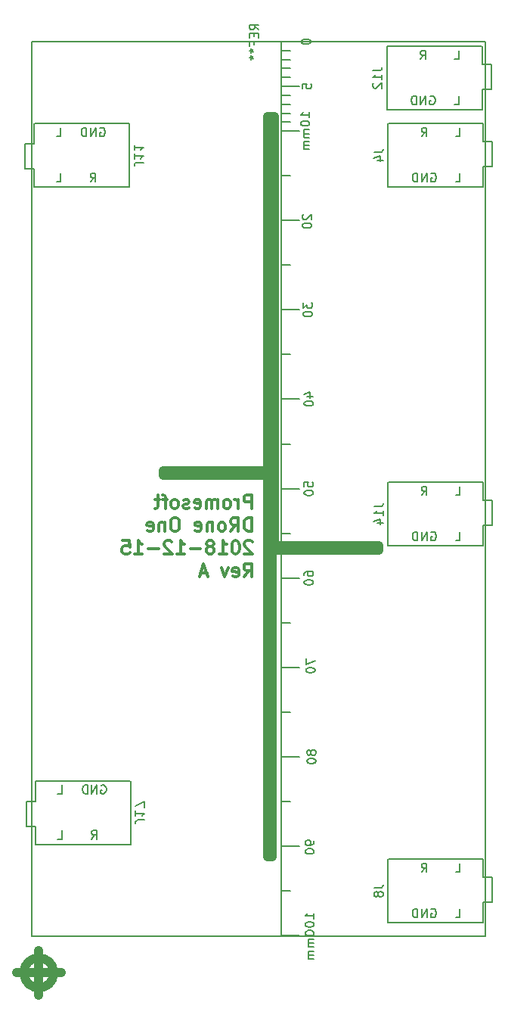
<source format=gbr>
%TF.GenerationSoftware,KiCad,Pcbnew,(5.0.0)*%
%TF.CreationDate,2018-12-16T12:55:05+01:00*%
%TF.ProjectId,Kicad_Oscillator_Drone,4B696361645F4F7363696C6C61746F72,rev?*%
%TF.SameCoordinates,Original*%
%TF.FileFunction,Legend,Bot*%
%TF.FilePolarity,Positive*%
%FSLAX46Y46*%
G04 Gerber Fmt 4.6, Leading zero omitted, Abs format (unit mm)*
G04 Created by KiCad (PCBNEW (5.0.0)) date 12/16/18 12:55:05*
%MOMM*%
%LPD*%
G01*
G04 APERTURE LIST*
%ADD10C,1.000000*%
%ADD11C,0.300000*%
%ADD12C,0.150000*%
G04 APERTURE END LIST*
D10*
X134112000Y-71374000D02*
X134112000Y-70866000D01*
X158242000Y-79756000D02*
X158242000Y-79248000D01*
X146304000Y-79756000D02*
X158242000Y-79756000D01*
X146304000Y-80010000D02*
X146304000Y-79756000D01*
X146304000Y-114046000D02*
X146304000Y-80010000D01*
X145796000Y-114046000D02*
X146304000Y-114046000D01*
X145796000Y-71374000D02*
X145796000Y-114046000D01*
X134112000Y-71374000D02*
X145796000Y-71374000D01*
X145796000Y-70866000D02*
X134112000Y-70866000D01*
X145796000Y-31242000D02*
X145796000Y-70866000D01*
X146558000Y-31242000D02*
X145796000Y-31242000D01*
X146558000Y-79248000D02*
X146558000Y-31242000D01*
X158242000Y-79248000D02*
X146558000Y-79248000D01*
D11*
X143973857Y-75085571D02*
X143973857Y-73585571D01*
X143402428Y-73585571D01*
X143259571Y-73657000D01*
X143188142Y-73728428D01*
X143116714Y-73871285D01*
X143116714Y-74085571D01*
X143188142Y-74228428D01*
X143259571Y-74299857D01*
X143402428Y-74371285D01*
X143973857Y-74371285D01*
X142473857Y-75085571D02*
X142473857Y-74085571D01*
X142473857Y-74371285D02*
X142402428Y-74228428D01*
X142331000Y-74157000D01*
X142188142Y-74085571D01*
X142045285Y-74085571D01*
X141331000Y-75085571D02*
X141473857Y-75014142D01*
X141545285Y-74942714D01*
X141616714Y-74799857D01*
X141616714Y-74371285D01*
X141545285Y-74228428D01*
X141473857Y-74157000D01*
X141331000Y-74085571D01*
X141116714Y-74085571D01*
X140973857Y-74157000D01*
X140902428Y-74228428D01*
X140831000Y-74371285D01*
X140831000Y-74799857D01*
X140902428Y-74942714D01*
X140973857Y-75014142D01*
X141116714Y-75085571D01*
X141331000Y-75085571D01*
X140188142Y-75085571D02*
X140188142Y-74085571D01*
X140188142Y-74228428D02*
X140116714Y-74157000D01*
X139973857Y-74085571D01*
X139759571Y-74085571D01*
X139616714Y-74157000D01*
X139545285Y-74299857D01*
X139545285Y-75085571D01*
X139545285Y-74299857D02*
X139473857Y-74157000D01*
X139331000Y-74085571D01*
X139116714Y-74085571D01*
X138973857Y-74157000D01*
X138902428Y-74299857D01*
X138902428Y-75085571D01*
X137616714Y-75014142D02*
X137759571Y-75085571D01*
X138045285Y-75085571D01*
X138188142Y-75014142D01*
X138259571Y-74871285D01*
X138259571Y-74299857D01*
X138188142Y-74157000D01*
X138045285Y-74085571D01*
X137759571Y-74085571D01*
X137616714Y-74157000D01*
X137545285Y-74299857D01*
X137545285Y-74442714D01*
X138259571Y-74585571D01*
X136973857Y-75014142D02*
X136831000Y-75085571D01*
X136545285Y-75085571D01*
X136402428Y-75014142D01*
X136331000Y-74871285D01*
X136331000Y-74799857D01*
X136402428Y-74657000D01*
X136545285Y-74585571D01*
X136759571Y-74585571D01*
X136902428Y-74514142D01*
X136973857Y-74371285D01*
X136973857Y-74299857D01*
X136902428Y-74157000D01*
X136759571Y-74085571D01*
X136545285Y-74085571D01*
X136402428Y-74157000D01*
X135473857Y-75085571D02*
X135616714Y-75014142D01*
X135688142Y-74942714D01*
X135759571Y-74799857D01*
X135759571Y-74371285D01*
X135688142Y-74228428D01*
X135616714Y-74157000D01*
X135473857Y-74085571D01*
X135259571Y-74085571D01*
X135116714Y-74157000D01*
X135045285Y-74228428D01*
X134973857Y-74371285D01*
X134973857Y-74799857D01*
X135045285Y-74942714D01*
X135116714Y-75014142D01*
X135259571Y-75085571D01*
X135473857Y-75085571D01*
X134545285Y-74085571D02*
X133973857Y-74085571D01*
X134331000Y-75085571D02*
X134331000Y-73799857D01*
X134259571Y-73657000D01*
X134116714Y-73585571D01*
X133973857Y-73585571D01*
X133688142Y-74085571D02*
X133116714Y-74085571D01*
X133473857Y-73585571D02*
X133473857Y-74871285D01*
X133402428Y-75014142D01*
X133259571Y-75085571D01*
X133116714Y-75085571D01*
X143973857Y-77635571D02*
X143973857Y-76135571D01*
X143616714Y-76135571D01*
X143402428Y-76207000D01*
X143259571Y-76349857D01*
X143188142Y-76492714D01*
X143116714Y-76778428D01*
X143116714Y-76992714D01*
X143188142Y-77278428D01*
X143259571Y-77421285D01*
X143402428Y-77564142D01*
X143616714Y-77635571D01*
X143973857Y-77635571D01*
X141616714Y-77635571D02*
X142116714Y-76921285D01*
X142473857Y-77635571D02*
X142473857Y-76135571D01*
X141902428Y-76135571D01*
X141759571Y-76207000D01*
X141688142Y-76278428D01*
X141616714Y-76421285D01*
X141616714Y-76635571D01*
X141688142Y-76778428D01*
X141759571Y-76849857D01*
X141902428Y-76921285D01*
X142473857Y-76921285D01*
X140759571Y-77635571D02*
X140902428Y-77564142D01*
X140973857Y-77492714D01*
X141045285Y-77349857D01*
X141045285Y-76921285D01*
X140973857Y-76778428D01*
X140902428Y-76707000D01*
X140759571Y-76635571D01*
X140545285Y-76635571D01*
X140402428Y-76707000D01*
X140331000Y-76778428D01*
X140259571Y-76921285D01*
X140259571Y-77349857D01*
X140331000Y-77492714D01*
X140402428Y-77564142D01*
X140545285Y-77635571D01*
X140759571Y-77635571D01*
X139616714Y-76635571D02*
X139616714Y-77635571D01*
X139616714Y-76778428D02*
X139545285Y-76707000D01*
X139402428Y-76635571D01*
X139188142Y-76635571D01*
X139045285Y-76707000D01*
X138973857Y-76849857D01*
X138973857Y-77635571D01*
X137688142Y-77564142D02*
X137831000Y-77635571D01*
X138116714Y-77635571D01*
X138259571Y-77564142D01*
X138331000Y-77421285D01*
X138331000Y-76849857D01*
X138259571Y-76707000D01*
X138116714Y-76635571D01*
X137831000Y-76635571D01*
X137688142Y-76707000D01*
X137616714Y-76849857D01*
X137616714Y-76992714D01*
X138331000Y-77135571D01*
X135545285Y-76135571D02*
X135259571Y-76135571D01*
X135116714Y-76207000D01*
X134973857Y-76349857D01*
X134902428Y-76635571D01*
X134902428Y-77135571D01*
X134973857Y-77421285D01*
X135116714Y-77564142D01*
X135259571Y-77635571D01*
X135545285Y-77635571D01*
X135688142Y-77564142D01*
X135831000Y-77421285D01*
X135902428Y-77135571D01*
X135902428Y-76635571D01*
X135831000Y-76349857D01*
X135688142Y-76207000D01*
X135545285Y-76135571D01*
X134259571Y-76635571D02*
X134259571Y-77635571D01*
X134259571Y-76778428D02*
X134188142Y-76707000D01*
X134045285Y-76635571D01*
X133831000Y-76635571D01*
X133688142Y-76707000D01*
X133616714Y-76849857D01*
X133616714Y-77635571D01*
X132331000Y-77564142D02*
X132473857Y-77635571D01*
X132759571Y-77635571D01*
X132902428Y-77564142D01*
X132973857Y-77421285D01*
X132973857Y-76849857D01*
X132902428Y-76707000D01*
X132759571Y-76635571D01*
X132473857Y-76635571D01*
X132331000Y-76707000D01*
X132259571Y-76849857D01*
X132259571Y-76992714D01*
X132973857Y-77135571D01*
X144045285Y-78828428D02*
X143973857Y-78757000D01*
X143831000Y-78685571D01*
X143473857Y-78685571D01*
X143331000Y-78757000D01*
X143259571Y-78828428D01*
X143188142Y-78971285D01*
X143188142Y-79114142D01*
X143259571Y-79328428D01*
X144116714Y-80185571D01*
X143188142Y-80185571D01*
X142259571Y-78685571D02*
X142116714Y-78685571D01*
X141973857Y-78757000D01*
X141902428Y-78828428D01*
X141831000Y-78971285D01*
X141759571Y-79257000D01*
X141759571Y-79614142D01*
X141831000Y-79899857D01*
X141902428Y-80042714D01*
X141973857Y-80114142D01*
X142116714Y-80185571D01*
X142259571Y-80185571D01*
X142402428Y-80114142D01*
X142473857Y-80042714D01*
X142545285Y-79899857D01*
X142616714Y-79614142D01*
X142616714Y-79257000D01*
X142545285Y-78971285D01*
X142473857Y-78828428D01*
X142402428Y-78757000D01*
X142259571Y-78685571D01*
X140331000Y-80185571D02*
X141188142Y-80185571D01*
X140759571Y-80185571D02*
X140759571Y-78685571D01*
X140902428Y-78899857D01*
X141045285Y-79042714D01*
X141188142Y-79114142D01*
X139473857Y-79328428D02*
X139616714Y-79257000D01*
X139688142Y-79185571D01*
X139759571Y-79042714D01*
X139759571Y-78971285D01*
X139688142Y-78828428D01*
X139616714Y-78757000D01*
X139473857Y-78685571D01*
X139188142Y-78685571D01*
X139045285Y-78757000D01*
X138973857Y-78828428D01*
X138902428Y-78971285D01*
X138902428Y-79042714D01*
X138973857Y-79185571D01*
X139045285Y-79257000D01*
X139188142Y-79328428D01*
X139473857Y-79328428D01*
X139616714Y-79399857D01*
X139688142Y-79471285D01*
X139759571Y-79614142D01*
X139759571Y-79899857D01*
X139688142Y-80042714D01*
X139616714Y-80114142D01*
X139473857Y-80185571D01*
X139188142Y-80185571D01*
X139045285Y-80114142D01*
X138973857Y-80042714D01*
X138902428Y-79899857D01*
X138902428Y-79614142D01*
X138973857Y-79471285D01*
X139045285Y-79399857D01*
X139188142Y-79328428D01*
X138259571Y-79614142D02*
X137116714Y-79614142D01*
X135616714Y-80185571D02*
X136473857Y-80185571D01*
X136045285Y-80185571D02*
X136045285Y-78685571D01*
X136188142Y-78899857D01*
X136331000Y-79042714D01*
X136473857Y-79114142D01*
X135045285Y-78828428D02*
X134973857Y-78757000D01*
X134831000Y-78685571D01*
X134473857Y-78685571D01*
X134331000Y-78757000D01*
X134259571Y-78828428D01*
X134188142Y-78971285D01*
X134188142Y-79114142D01*
X134259571Y-79328428D01*
X135116714Y-80185571D01*
X134188142Y-80185571D01*
X133545285Y-79614142D02*
X132402428Y-79614142D01*
X130902428Y-80185571D02*
X131759571Y-80185571D01*
X131331000Y-80185571D02*
X131331000Y-78685571D01*
X131473857Y-78899857D01*
X131616714Y-79042714D01*
X131759571Y-79114142D01*
X129545285Y-78685571D02*
X130259571Y-78685571D01*
X130331000Y-79399857D01*
X130259571Y-79328428D01*
X130116714Y-79257000D01*
X129759571Y-79257000D01*
X129616714Y-79328428D01*
X129545285Y-79399857D01*
X129473857Y-79542714D01*
X129473857Y-79899857D01*
X129545285Y-80042714D01*
X129616714Y-80114142D01*
X129759571Y-80185571D01*
X130116714Y-80185571D01*
X130259571Y-80114142D01*
X130331000Y-80042714D01*
X143116714Y-82735571D02*
X143616714Y-82021285D01*
X143973857Y-82735571D02*
X143973857Y-81235571D01*
X143402428Y-81235571D01*
X143259571Y-81307000D01*
X143188142Y-81378428D01*
X143116714Y-81521285D01*
X143116714Y-81735571D01*
X143188142Y-81878428D01*
X143259571Y-81949857D01*
X143402428Y-82021285D01*
X143973857Y-82021285D01*
X141902428Y-82664142D02*
X142045285Y-82735571D01*
X142331000Y-82735571D01*
X142473857Y-82664142D01*
X142545285Y-82521285D01*
X142545285Y-81949857D01*
X142473857Y-81807000D01*
X142331000Y-81735571D01*
X142045285Y-81735571D01*
X141902428Y-81807000D01*
X141831000Y-81949857D01*
X141831000Y-82092714D01*
X142545285Y-82235571D01*
X141331000Y-81735571D02*
X140973857Y-82735571D01*
X140616714Y-81735571D01*
X138973857Y-82307000D02*
X138259571Y-82307000D01*
X139116714Y-82735571D02*
X138616714Y-81235571D01*
X138116714Y-82735571D01*
D10*
X121816049Y-127025076D02*
G75*
G03X121816049Y-127025076I-1666666J0D01*
G01*
X117649383Y-127025076D02*
X122649383Y-127025076D01*
X120149383Y-124525076D02*
X120149383Y-129525076D01*
D12*
X170180000Y-122936000D02*
X170180000Y-22860000D01*
X119380000Y-122936000D02*
X170180000Y-122936000D01*
X119380000Y-22860000D02*
X119380000Y-122936000D01*
X170180000Y-22860000D02*
X119380000Y-22860000D01*
X169926000Y-119126000D02*
X169926000Y-121412000D01*
X170942000Y-119126000D02*
X169926000Y-119126000D01*
X170942000Y-116332000D02*
X170942000Y-119126000D01*
X169926000Y-116332000D02*
X170942000Y-116332000D01*
X169926000Y-114300000D02*
X169926000Y-116332000D01*
X159282000Y-114300000D02*
X169902000Y-114299999D01*
X159258000Y-121412000D02*
X159258000Y-114300000D01*
X169902000Y-121412000D02*
X159282000Y-121412001D01*
X119634000Y-34290000D02*
X119634000Y-32004000D01*
X118618000Y-34290000D02*
X119634000Y-34290000D01*
X118618000Y-37084000D02*
X118618000Y-34290000D01*
X119634000Y-37084000D02*
X118618000Y-37084000D01*
X119634000Y-39116000D02*
X119634000Y-37084000D01*
X130278000Y-39116000D02*
X119658000Y-39116001D01*
X130302000Y-32004000D02*
X130302000Y-39116000D01*
X119658000Y-32004000D02*
X130278000Y-32003999D01*
X169799000Y-28194000D02*
X169799000Y-30480000D01*
X170815000Y-28194000D02*
X169799000Y-28194000D01*
X170815000Y-25400000D02*
X170815000Y-28194000D01*
X169799000Y-25400000D02*
X170815000Y-25400000D01*
X169799000Y-23368000D02*
X169799000Y-25400000D01*
X159155000Y-23368000D02*
X169775000Y-23367999D01*
X159131000Y-30480000D02*
X159131000Y-23368000D01*
X169775000Y-30480000D02*
X159155000Y-30480001D01*
X169926000Y-76962000D02*
X169926000Y-79248000D01*
X170942000Y-76962000D02*
X169926000Y-76962000D01*
X170942000Y-74168000D02*
X170942000Y-76962000D01*
X169926000Y-74168000D02*
X170942000Y-74168000D01*
X169926000Y-72136000D02*
X169926000Y-74168000D01*
X159282000Y-72136000D02*
X169902000Y-72135999D01*
X159258000Y-79248000D02*
X159258000Y-72136000D01*
X169902000Y-79248000D02*
X159282000Y-79248001D01*
X119761000Y-107823000D02*
X119761000Y-105537000D01*
X118745000Y-107823000D02*
X119761000Y-107823000D01*
X118745000Y-110617000D02*
X118745000Y-107823000D01*
X119761000Y-110617000D02*
X118745000Y-110617000D01*
X119761000Y-112649000D02*
X119761000Y-110617000D01*
X130405000Y-112649000D02*
X119785000Y-112649001D01*
X130429000Y-105537000D02*
X130429000Y-112649000D01*
X119785000Y-105537000D02*
X130405000Y-105536999D01*
X169926000Y-36830000D02*
X169926000Y-39116000D01*
X170942000Y-36830000D02*
X169926000Y-36830000D01*
X170942000Y-34036000D02*
X170942000Y-36830000D01*
X169926000Y-34036000D02*
X170942000Y-34036000D01*
X169926000Y-32004000D02*
X169926000Y-34036000D01*
X159282000Y-32004000D02*
X169902000Y-32003999D01*
X159258000Y-39116000D02*
X159258000Y-32004000D01*
X169902000Y-39116000D02*
X159282000Y-39116001D01*
X147320000Y-32859980D02*
X149318980Y-32859980D01*
X147320000Y-22860000D02*
X147320000Y-32859980D01*
X147320000Y-22860000D02*
X149318980Y-22860000D01*
X147320000Y-27861260D02*
X149318980Y-27861260D01*
X147320000Y-23860760D02*
X148320760Y-23860760D01*
X147320000Y-24858980D02*
X148320760Y-24858980D01*
X147320000Y-25859740D02*
X148320760Y-25859740D01*
X147320000Y-26860500D02*
X148320760Y-26860500D01*
X147320000Y-28859480D02*
X148320760Y-28859480D01*
X147320000Y-29860240D02*
X148320760Y-29860240D01*
X147320000Y-30861000D02*
X148320760Y-30861000D01*
X147320000Y-31859220D02*
X148320760Y-31859220D01*
X147320000Y-122859800D02*
X149318980Y-122859800D01*
X147320000Y-32859980D02*
X147320000Y-122859800D01*
X147320000Y-37861240D02*
X148320760Y-37861240D01*
X147320000Y-42859960D02*
X149318980Y-42859960D01*
X147320000Y-47861220D02*
X148320760Y-47861220D01*
X147320000Y-52859940D02*
X149318980Y-52859940D01*
X147320000Y-57861200D02*
X148320760Y-57861200D01*
X147320000Y-62859920D02*
X149318980Y-62859920D01*
X147320000Y-67861180D02*
X148320760Y-67861180D01*
X147320000Y-72859900D02*
X149318980Y-72859900D01*
X147320000Y-77861160D02*
X148320760Y-77861160D01*
X147320000Y-82859880D02*
X149318980Y-82859880D01*
X147320000Y-87861140D02*
X148320760Y-87861140D01*
X147320000Y-92859860D02*
X149318980Y-92859860D01*
X147320000Y-97861120D02*
X148320760Y-97861120D01*
X147320000Y-102859840D02*
X149318980Y-102859840D01*
X147320000Y-107861100D02*
X148320760Y-107861100D01*
X147320000Y-112859820D02*
X149318980Y-112859820D01*
X147320000Y-117861080D02*
X148320760Y-117861080D01*
X157694380Y-117522666D02*
X158408666Y-117522666D01*
X158551523Y-117475047D01*
X158646761Y-117379809D01*
X158694380Y-117236952D01*
X158694380Y-117141714D01*
X158122952Y-118141714D02*
X158075333Y-118046476D01*
X158027714Y-117998857D01*
X157932476Y-117951238D01*
X157884857Y-117951238D01*
X157789619Y-117998857D01*
X157742000Y-118046476D01*
X157694380Y-118141714D01*
X157694380Y-118332190D01*
X157742000Y-118427428D01*
X157789619Y-118475047D01*
X157884857Y-118522666D01*
X157932476Y-118522666D01*
X158027714Y-118475047D01*
X158075333Y-118427428D01*
X158122952Y-118332190D01*
X158122952Y-118141714D01*
X158170571Y-118046476D01*
X158218190Y-117998857D01*
X158313428Y-117951238D01*
X158503904Y-117951238D01*
X158599142Y-117998857D01*
X158646761Y-118046476D01*
X158694380Y-118141714D01*
X158694380Y-118332190D01*
X158646761Y-118427428D01*
X158599142Y-118475047D01*
X158503904Y-118522666D01*
X158313428Y-118522666D01*
X158218190Y-118475047D01*
X158170571Y-118427428D01*
X158122952Y-118332190D01*
X164083904Y-119896000D02*
X164179142Y-119848380D01*
X164322000Y-119848380D01*
X164464857Y-119896000D01*
X164560095Y-119991238D01*
X164607714Y-120086476D01*
X164655333Y-120276952D01*
X164655333Y-120419809D01*
X164607714Y-120610285D01*
X164560095Y-120705523D01*
X164464857Y-120800761D01*
X164322000Y-120848380D01*
X164226761Y-120848380D01*
X164083904Y-120800761D01*
X164036285Y-120753142D01*
X164036285Y-120419809D01*
X164226761Y-120419809D01*
X163607714Y-120848380D02*
X163607714Y-119848380D01*
X163036285Y-120848380D01*
X163036285Y-119848380D01*
X162560095Y-120848380D02*
X162560095Y-119848380D01*
X162322000Y-119848380D01*
X162179142Y-119896000D01*
X162083904Y-119991238D01*
X162036285Y-120086476D01*
X161988666Y-120276952D01*
X161988666Y-120419809D01*
X162036285Y-120610285D01*
X162083904Y-120705523D01*
X162179142Y-120800761D01*
X162322000Y-120848380D01*
X162560095Y-120848380D01*
X166822476Y-120848380D02*
X167298666Y-120848380D01*
X167298666Y-119848380D01*
X166822476Y-115768380D02*
X167298666Y-115768380D01*
X167298666Y-114768380D01*
X163012476Y-115768380D02*
X163345809Y-115292190D01*
X163583904Y-115768380D02*
X163583904Y-114768380D01*
X163202952Y-114768380D01*
X163107714Y-114816000D01*
X163060095Y-114863619D01*
X163012476Y-114958857D01*
X163012476Y-115101714D01*
X163060095Y-115196952D01*
X163107714Y-115244571D01*
X163202952Y-115292190D01*
X163583904Y-115292190D01*
X131865619Y-36369523D02*
X131151333Y-36369523D01*
X131008476Y-36417142D01*
X130913238Y-36512380D01*
X130865619Y-36655238D01*
X130865619Y-36750476D01*
X130865619Y-35369523D02*
X130865619Y-35940952D01*
X130865619Y-35655238D02*
X131865619Y-35655238D01*
X131722761Y-35750476D01*
X131627523Y-35845714D01*
X131579904Y-35940952D01*
X130865619Y-34417142D02*
X130865619Y-34988571D01*
X130865619Y-34702857D02*
X131865619Y-34702857D01*
X131722761Y-34798095D01*
X131627523Y-34893333D01*
X131579904Y-34988571D01*
X126999904Y-32520000D02*
X127095142Y-32472380D01*
X127238000Y-32472380D01*
X127380857Y-32520000D01*
X127476095Y-32615238D01*
X127523714Y-32710476D01*
X127571333Y-32900952D01*
X127571333Y-33043809D01*
X127523714Y-33234285D01*
X127476095Y-33329523D01*
X127380857Y-33424761D01*
X127238000Y-33472380D01*
X127142761Y-33472380D01*
X126999904Y-33424761D01*
X126952285Y-33377142D01*
X126952285Y-33043809D01*
X127142761Y-33043809D01*
X126523714Y-33472380D02*
X126523714Y-32472380D01*
X125952285Y-33472380D01*
X125952285Y-32472380D01*
X125476095Y-33472380D02*
X125476095Y-32472380D01*
X125238000Y-32472380D01*
X125095142Y-32520000D01*
X124999904Y-32615238D01*
X124952285Y-32710476D01*
X124904666Y-32900952D01*
X124904666Y-33043809D01*
X124952285Y-33234285D01*
X124999904Y-33329523D01*
X125095142Y-33424761D01*
X125238000Y-33472380D01*
X125476095Y-33472380D01*
X122118476Y-33472380D02*
X122594666Y-33472380D01*
X122594666Y-32472380D01*
X122118476Y-38552380D02*
X122594666Y-38552380D01*
X122594666Y-37552380D01*
X125928476Y-38552380D02*
X126261809Y-38076190D01*
X126499904Y-38552380D02*
X126499904Y-37552380D01*
X126118952Y-37552380D01*
X126023714Y-37600000D01*
X125976095Y-37647619D01*
X125928476Y-37742857D01*
X125928476Y-37885714D01*
X125976095Y-37980952D01*
X126023714Y-38028571D01*
X126118952Y-38076190D01*
X126499904Y-38076190D01*
X157567380Y-26114476D02*
X158281666Y-26114476D01*
X158424523Y-26066857D01*
X158519761Y-25971619D01*
X158567380Y-25828761D01*
X158567380Y-25733523D01*
X158567380Y-27114476D02*
X158567380Y-26543047D01*
X158567380Y-26828761D02*
X157567380Y-26828761D01*
X157710238Y-26733523D01*
X157805476Y-26638285D01*
X157853095Y-26543047D01*
X157662619Y-27495428D02*
X157615000Y-27543047D01*
X157567380Y-27638285D01*
X157567380Y-27876380D01*
X157615000Y-27971619D01*
X157662619Y-28019238D01*
X157757857Y-28066857D01*
X157853095Y-28066857D01*
X157995952Y-28019238D01*
X158567380Y-27447809D01*
X158567380Y-28066857D01*
X163956904Y-28964000D02*
X164052142Y-28916380D01*
X164195000Y-28916380D01*
X164337857Y-28964000D01*
X164433095Y-29059238D01*
X164480714Y-29154476D01*
X164528333Y-29344952D01*
X164528333Y-29487809D01*
X164480714Y-29678285D01*
X164433095Y-29773523D01*
X164337857Y-29868761D01*
X164195000Y-29916380D01*
X164099761Y-29916380D01*
X163956904Y-29868761D01*
X163909285Y-29821142D01*
X163909285Y-29487809D01*
X164099761Y-29487809D01*
X163480714Y-29916380D02*
X163480714Y-28916380D01*
X162909285Y-29916380D01*
X162909285Y-28916380D01*
X162433095Y-29916380D02*
X162433095Y-28916380D01*
X162195000Y-28916380D01*
X162052142Y-28964000D01*
X161956904Y-29059238D01*
X161909285Y-29154476D01*
X161861666Y-29344952D01*
X161861666Y-29487809D01*
X161909285Y-29678285D01*
X161956904Y-29773523D01*
X162052142Y-29868761D01*
X162195000Y-29916380D01*
X162433095Y-29916380D01*
X166695476Y-29916380D02*
X167171666Y-29916380D01*
X167171666Y-28916380D01*
X166695476Y-24836380D02*
X167171666Y-24836380D01*
X167171666Y-23836380D01*
X162885476Y-24836380D02*
X163218809Y-24360190D01*
X163456904Y-24836380D02*
X163456904Y-23836380D01*
X163075952Y-23836380D01*
X162980714Y-23884000D01*
X162933095Y-23931619D01*
X162885476Y-24026857D01*
X162885476Y-24169714D01*
X162933095Y-24264952D01*
X162980714Y-24312571D01*
X163075952Y-24360190D01*
X163456904Y-24360190D01*
X157694380Y-74882476D02*
X158408666Y-74882476D01*
X158551523Y-74834857D01*
X158646761Y-74739619D01*
X158694380Y-74596761D01*
X158694380Y-74501523D01*
X158694380Y-75882476D02*
X158694380Y-75311047D01*
X158694380Y-75596761D02*
X157694380Y-75596761D01*
X157837238Y-75501523D01*
X157932476Y-75406285D01*
X157980095Y-75311047D01*
X158027714Y-76739619D02*
X158694380Y-76739619D01*
X157646761Y-76501523D02*
X158361047Y-76263428D01*
X158361047Y-76882476D01*
X164083904Y-77732000D02*
X164179142Y-77684380D01*
X164322000Y-77684380D01*
X164464857Y-77732000D01*
X164560095Y-77827238D01*
X164607714Y-77922476D01*
X164655333Y-78112952D01*
X164655333Y-78255809D01*
X164607714Y-78446285D01*
X164560095Y-78541523D01*
X164464857Y-78636761D01*
X164322000Y-78684380D01*
X164226761Y-78684380D01*
X164083904Y-78636761D01*
X164036285Y-78589142D01*
X164036285Y-78255809D01*
X164226761Y-78255809D01*
X163607714Y-78684380D02*
X163607714Y-77684380D01*
X163036285Y-78684380D01*
X163036285Y-77684380D01*
X162560095Y-78684380D02*
X162560095Y-77684380D01*
X162322000Y-77684380D01*
X162179142Y-77732000D01*
X162083904Y-77827238D01*
X162036285Y-77922476D01*
X161988666Y-78112952D01*
X161988666Y-78255809D01*
X162036285Y-78446285D01*
X162083904Y-78541523D01*
X162179142Y-78636761D01*
X162322000Y-78684380D01*
X162560095Y-78684380D01*
X166822476Y-78684380D02*
X167298666Y-78684380D01*
X167298666Y-77684380D01*
X166822476Y-73604380D02*
X167298666Y-73604380D01*
X167298666Y-72604380D01*
X163012476Y-73604380D02*
X163345809Y-73128190D01*
X163583904Y-73604380D02*
X163583904Y-72604380D01*
X163202952Y-72604380D01*
X163107714Y-72652000D01*
X163060095Y-72699619D01*
X163012476Y-72794857D01*
X163012476Y-72937714D01*
X163060095Y-73032952D01*
X163107714Y-73080571D01*
X163202952Y-73128190D01*
X163583904Y-73128190D01*
X131992619Y-109902523D02*
X131278333Y-109902523D01*
X131135476Y-109950142D01*
X131040238Y-110045380D01*
X130992619Y-110188238D01*
X130992619Y-110283476D01*
X130992619Y-108902523D02*
X130992619Y-109473952D01*
X130992619Y-109188238D02*
X131992619Y-109188238D01*
X131849761Y-109283476D01*
X131754523Y-109378714D01*
X131706904Y-109473952D01*
X131992619Y-108569190D02*
X131992619Y-107902523D01*
X130992619Y-108331095D01*
X127126904Y-106053000D02*
X127222142Y-106005380D01*
X127365000Y-106005380D01*
X127507857Y-106053000D01*
X127603095Y-106148238D01*
X127650714Y-106243476D01*
X127698333Y-106433952D01*
X127698333Y-106576809D01*
X127650714Y-106767285D01*
X127603095Y-106862523D01*
X127507857Y-106957761D01*
X127365000Y-107005380D01*
X127269761Y-107005380D01*
X127126904Y-106957761D01*
X127079285Y-106910142D01*
X127079285Y-106576809D01*
X127269761Y-106576809D01*
X126650714Y-107005380D02*
X126650714Y-106005380D01*
X126079285Y-107005380D01*
X126079285Y-106005380D01*
X125603095Y-107005380D02*
X125603095Y-106005380D01*
X125365000Y-106005380D01*
X125222142Y-106053000D01*
X125126904Y-106148238D01*
X125079285Y-106243476D01*
X125031666Y-106433952D01*
X125031666Y-106576809D01*
X125079285Y-106767285D01*
X125126904Y-106862523D01*
X125222142Y-106957761D01*
X125365000Y-107005380D01*
X125603095Y-107005380D01*
X122245476Y-107005380D02*
X122721666Y-107005380D01*
X122721666Y-106005380D01*
X122245476Y-112085380D02*
X122721666Y-112085380D01*
X122721666Y-111085380D01*
X126055476Y-112085380D02*
X126388809Y-111609190D01*
X126626904Y-112085380D02*
X126626904Y-111085380D01*
X126245952Y-111085380D01*
X126150714Y-111133000D01*
X126103095Y-111180619D01*
X126055476Y-111275857D01*
X126055476Y-111418714D01*
X126103095Y-111513952D01*
X126150714Y-111561571D01*
X126245952Y-111609190D01*
X126626904Y-111609190D01*
X157694380Y-35226666D02*
X158408666Y-35226666D01*
X158551523Y-35179047D01*
X158646761Y-35083809D01*
X158694380Y-34940952D01*
X158694380Y-34845714D01*
X158027714Y-36131428D02*
X158694380Y-36131428D01*
X157646761Y-35893333D02*
X158361047Y-35655238D01*
X158361047Y-36274285D01*
X164083904Y-37600000D02*
X164179142Y-37552380D01*
X164322000Y-37552380D01*
X164464857Y-37600000D01*
X164560095Y-37695238D01*
X164607714Y-37790476D01*
X164655333Y-37980952D01*
X164655333Y-38123809D01*
X164607714Y-38314285D01*
X164560095Y-38409523D01*
X164464857Y-38504761D01*
X164322000Y-38552380D01*
X164226761Y-38552380D01*
X164083904Y-38504761D01*
X164036285Y-38457142D01*
X164036285Y-38123809D01*
X164226761Y-38123809D01*
X163607714Y-38552380D02*
X163607714Y-37552380D01*
X163036285Y-38552380D01*
X163036285Y-37552380D01*
X162560095Y-38552380D02*
X162560095Y-37552380D01*
X162322000Y-37552380D01*
X162179142Y-37600000D01*
X162083904Y-37695238D01*
X162036285Y-37790476D01*
X161988666Y-37980952D01*
X161988666Y-38123809D01*
X162036285Y-38314285D01*
X162083904Y-38409523D01*
X162179142Y-38504761D01*
X162322000Y-38552380D01*
X162560095Y-38552380D01*
X166822476Y-38552380D02*
X167298666Y-38552380D01*
X167298666Y-37552380D01*
X166822476Y-33472380D02*
X167298666Y-33472380D01*
X167298666Y-32472380D01*
X163012476Y-33472380D02*
X163345809Y-32996190D01*
X163583904Y-33472380D02*
X163583904Y-32472380D01*
X163202952Y-32472380D01*
X163107714Y-32520000D01*
X163060095Y-32567619D01*
X163012476Y-32662857D01*
X163012476Y-32805714D01*
X163060095Y-32900952D01*
X163107714Y-32948571D01*
X163202952Y-32996190D01*
X163583904Y-32996190D01*
X144772640Y-21526666D02*
X144296450Y-21193333D01*
X144772640Y-20955238D02*
X143772640Y-20955238D01*
X143772640Y-21336190D01*
X143820260Y-21431428D01*
X143867879Y-21479047D01*
X143963117Y-21526666D01*
X144105974Y-21526666D01*
X144201212Y-21479047D01*
X144248831Y-21431428D01*
X144296450Y-21336190D01*
X144296450Y-20955238D01*
X144248831Y-21955238D02*
X144248831Y-22288571D01*
X144772640Y-22431428D02*
X144772640Y-21955238D01*
X143772640Y-21955238D01*
X143772640Y-22431428D01*
X144248831Y-23193333D02*
X144248831Y-22860000D01*
X144772640Y-22860000D02*
X143772640Y-22860000D01*
X143772640Y-23336190D01*
X143772640Y-23860000D02*
X144010736Y-23860000D01*
X143915498Y-23621904D02*
X144010736Y-23860000D01*
X143915498Y-24098095D01*
X144201212Y-23717142D02*
X144010736Y-23860000D01*
X144201212Y-24002857D01*
X143772640Y-24621904D02*
X144010736Y-24621904D01*
X143915498Y-24383809D02*
X144010736Y-24621904D01*
X143915498Y-24860000D01*
X144201212Y-24479047D02*
X144010736Y-24621904D01*
X144201212Y-24764761D01*
X150472400Y-31336170D02*
X150472400Y-30764741D01*
X150472400Y-31050456D02*
X149472400Y-31050456D01*
X149615258Y-30955218D01*
X149710496Y-30859980D01*
X149758115Y-30764741D01*
X149472400Y-31955218D02*
X149472400Y-32050456D01*
X149520020Y-32145694D01*
X149567639Y-32193313D01*
X149662877Y-32240932D01*
X149853353Y-32288551D01*
X150091448Y-32288551D01*
X150281924Y-32240932D01*
X150377162Y-32193313D01*
X150424781Y-32145694D01*
X150472400Y-32050456D01*
X150472400Y-31955218D01*
X150424781Y-31859980D01*
X150377162Y-31812360D01*
X150281924Y-31764741D01*
X150091448Y-31717122D01*
X149853353Y-31717122D01*
X149662877Y-31764741D01*
X149567639Y-31812360D01*
X149520020Y-31859980D01*
X149472400Y-31955218D01*
X150472400Y-32717122D02*
X149805734Y-32717122D01*
X149900972Y-32717122D02*
X149853353Y-32764741D01*
X149805734Y-32859980D01*
X149805734Y-33002837D01*
X149853353Y-33098075D01*
X149948591Y-33145694D01*
X150472400Y-33145694D01*
X149948591Y-33145694D02*
X149853353Y-33193313D01*
X149805734Y-33288551D01*
X149805734Y-33431408D01*
X149853353Y-33526646D01*
X149948591Y-33574265D01*
X150472400Y-33574265D01*
X150472400Y-34050456D02*
X149805734Y-34050456D01*
X149900972Y-34050456D02*
X149853353Y-34098075D01*
X149805734Y-34193313D01*
X149805734Y-34336170D01*
X149853353Y-34431408D01*
X149948591Y-34479027D01*
X150472400Y-34479027D01*
X149948591Y-34479027D02*
X149853353Y-34526646D01*
X149805734Y-34621884D01*
X149805734Y-34764741D01*
X149853353Y-34859980D01*
X149948591Y-34907599D01*
X150472400Y-34907599D01*
X149571460Y-22812380D02*
X149571460Y-22907619D01*
X149619080Y-23002857D01*
X149666699Y-23050476D01*
X149761937Y-23098095D01*
X149952413Y-23145714D01*
X150190508Y-23145714D01*
X150380984Y-23098095D01*
X150476222Y-23050476D01*
X150523841Y-23002857D01*
X150571460Y-22907619D01*
X150571460Y-22812380D01*
X150523841Y-22717142D01*
X150476222Y-22669523D01*
X150380984Y-22621904D01*
X150190508Y-22574285D01*
X149952413Y-22574285D01*
X149761937Y-22621904D01*
X149666699Y-22669523D01*
X149619080Y-22717142D01*
X149571460Y-22812380D01*
X149673060Y-28096815D02*
X149673060Y-27620624D01*
X150149251Y-27573005D01*
X150101632Y-27620624D01*
X150054013Y-27715862D01*
X150054013Y-27953958D01*
X150101632Y-28049196D01*
X150149251Y-28096815D01*
X150244489Y-28144434D01*
X150482584Y-28144434D01*
X150577822Y-28096815D01*
X150625441Y-28049196D01*
X150673060Y-27953958D01*
X150673060Y-27715862D01*
X150625441Y-27620624D01*
X150577822Y-27573005D01*
X149768299Y-42197115D02*
X149720680Y-42244734D01*
X149673060Y-42339972D01*
X149673060Y-42578067D01*
X149720680Y-42673305D01*
X149768299Y-42720924D01*
X149863537Y-42768543D01*
X149958775Y-42768543D01*
X150101632Y-42720924D01*
X150673060Y-42149496D01*
X150673060Y-42768543D01*
X149673060Y-43387591D02*
X149673060Y-43482829D01*
X149720680Y-43578067D01*
X149768299Y-43625686D01*
X149863537Y-43673305D01*
X150054013Y-43720924D01*
X150292108Y-43720924D01*
X150482584Y-43673305D01*
X150577822Y-43625686D01*
X150625441Y-43578067D01*
X150673060Y-43482829D01*
X150673060Y-43387591D01*
X150625441Y-43292353D01*
X150577822Y-43244734D01*
X150482584Y-43197115D01*
X150292108Y-43149496D01*
X150054013Y-43149496D01*
X149863537Y-43197115D01*
X149768299Y-43244734D01*
X149720680Y-43292353D01*
X149673060Y-43387591D01*
X149772120Y-52050416D02*
X149772120Y-52669463D01*
X150153073Y-52336130D01*
X150153073Y-52478987D01*
X150200692Y-52574225D01*
X150248311Y-52621844D01*
X150343549Y-52669463D01*
X150581644Y-52669463D01*
X150676882Y-52621844D01*
X150724501Y-52574225D01*
X150772120Y-52478987D01*
X150772120Y-52193273D01*
X150724501Y-52098035D01*
X150676882Y-52050416D01*
X149772120Y-53288511D02*
X149772120Y-53383749D01*
X149819740Y-53478987D01*
X149867359Y-53526606D01*
X149962597Y-53574225D01*
X150153073Y-53621844D01*
X150391168Y-53621844D01*
X150581644Y-53574225D01*
X150676882Y-53526606D01*
X150724501Y-53478987D01*
X150772120Y-53383749D01*
X150772120Y-53288511D01*
X150724501Y-53193273D01*
X150676882Y-53145654D01*
X150581644Y-53098035D01*
X150391168Y-53050416D01*
X150153073Y-53050416D01*
X149962597Y-53098035D01*
X149867359Y-53145654D01*
X149819740Y-53193273D01*
X149772120Y-53288511D01*
X150207054Y-62574205D02*
X150873720Y-62574205D01*
X149826101Y-62336110D02*
X150540387Y-62098015D01*
X150540387Y-62717062D01*
X149873720Y-63288491D02*
X149873720Y-63383729D01*
X149921340Y-63478967D01*
X149968959Y-63526586D01*
X150064197Y-63574205D01*
X150254673Y-63621824D01*
X150492768Y-63621824D01*
X150683244Y-63574205D01*
X150778482Y-63526586D01*
X150826101Y-63478967D01*
X150873720Y-63383729D01*
X150873720Y-63288491D01*
X150826101Y-63193253D01*
X150778482Y-63145634D01*
X150683244Y-63098015D01*
X150492768Y-63050396D01*
X150254673Y-63050396D01*
X150064197Y-63098015D01*
X149968959Y-63145634D01*
X149921340Y-63193253D01*
X149873720Y-63288491D01*
X149873720Y-72621804D02*
X149873720Y-72145614D01*
X150349911Y-72097995D01*
X150302292Y-72145614D01*
X150254673Y-72240852D01*
X150254673Y-72478947D01*
X150302292Y-72574185D01*
X150349911Y-72621804D01*
X150445149Y-72669423D01*
X150683244Y-72669423D01*
X150778482Y-72621804D01*
X150826101Y-72574185D01*
X150873720Y-72478947D01*
X150873720Y-72240852D01*
X150826101Y-72145614D01*
X150778482Y-72097995D01*
X149873720Y-73288471D02*
X149873720Y-73383709D01*
X149921340Y-73478947D01*
X149968959Y-73526566D01*
X150064197Y-73574185D01*
X150254673Y-73621804D01*
X150492768Y-73621804D01*
X150683244Y-73574185D01*
X150778482Y-73526566D01*
X150826101Y-73478947D01*
X150873720Y-73383709D01*
X150873720Y-73288471D01*
X150826101Y-73193233D01*
X150778482Y-73145614D01*
X150683244Y-73097995D01*
X150492768Y-73050376D01*
X150254673Y-73050376D01*
X150064197Y-73097995D01*
X149968959Y-73145614D01*
X149921340Y-73193233D01*
X149873720Y-73288471D01*
X149873720Y-82574165D02*
X149873720Y-82383689D01*
X149921340Y-82288451D01*
X149968959Y-82240832D01*
X150111816Y-82145594D01*
X150302292Y-82097975D01*
X150683244Y-82097975D01*
X150778482Y-82145594D01*
X150826101Y-82193213D01*
X150873720Y-82288451D01*
X150873720Y-82478927D01*
X150826101Y-82574165D01*
X150778482Y-82621784D01*
X150683244Y-82669403D01*
X150445149Y-82669403D01*
X150349911Y-82621784D01*
X150302292Y-82574165D01*
X150254673Y-82478927D01*
X150254673Y-82288451D01*
X150302292Y-82193213D01*
X150349911Y-82145594D01*
X150445149Y-82097975D01*
X149873720Y-83288451D02*
X149873720Y-83383689D01*
X149921340Y-83478927D01*
X149968959Y-83526546D01*
X150064197Y-83574165D01*
X150254673Y-83621784D01*
X150492768Y-83621784D01*
X150683244Y-83574165D01*
X150778482Y-83526546D01*
X150826101Y-83478927D01*
X150873720Y-83383689D01*
X150873720Y-83288451D01*
X150826101Y-83193213D01*
X150778482Y-83145594D01*
X150683244Y-83097975D01*
X150492768Y-83050356D01*
X150254673Y-83050356D01*
X150064197Y-83097975D01*
X149968959Y-83145594D01*
X149921340Y-83193213D01*
X149873720Y-83288451D01*
X150074380Y-91900476D02*
X150074380Y-92567142D01*
X151074380Y-92138571D01*
X150074380Y-93138571D02*
X150074380Y-93233809D01*
X150122000Y-93329047D01*
X150169619Y-93376666D01*
X150264857Y-93424285D01*
X150455333Y-93471904D01*
X150693428Y-93471904D01*
X150883904Y-93424285D01*
X150979142Y-93376666D01*
X151026761Y-93329047D01*
X151074380Y-93233809D01*
X151074380Y-93138571D01*
X151026761Y-93043333D01*
X150979142Y-92995714D01*
X150883904Y-92948095D01*
X150693428Y-92900476D01*
X150455333Y-92900476D01*
X150264857Y-92948095D01*
X150169619Y-92995714D01*
X150122000Y-93043333D01*
X150074380Y-93138571D01*
X150602012Y-102288411D02*
X150554393Y-102193173D01*
X150506774Y-102145554D01*
X150411536Y-102097935D01*
X150363917Y-102097935D01*
X150268679Y-102145554D01*
X150221060Y-102193173D01*
X150173440Y-102288411D01*
X150173440Y-102478887D01*
X150221060Y-102574125D01*
X150268679Y-102621744D01*
X150363917Y-102669363D01*
X150411536Y-102669363D01*
X150506774Y-102621744D01*
X150554393Y-102574125D01*
X150602012Y-102478887D01*
X150602012Y-102288411D01*
X150649631Y-102193173D01*
X150697250Y-102145554D01*
X150792488Y-102097935D01*
X150982964Y-102097935D01*
X151078202Y-102145554D01*
X151125821Y-102193173D01*
X151173440Y-102288411D01*
X151173440Y-102478887D01*
X151125821Y-102574125D01*
X151078202Y-102621744D01*
X150982964Y-102669363D01*
X150792488Y-102669363D01*
X150697250Y-102621744D01*
X150649631Y-102574125D01*
X150602012Y-102478887D01*
X150173440Y-103288411D02*
X150173440Y-103383649D01*
X150221060Y-103478887D01*
X150268679Y-103526506D01*
X150363917Y-103574125D01*
X150554393Y-103621744D01*
X150792488Y-103621744D01*
X150982964Y-103574125D01*
X151078202Y-103526506D01*
X151125821Y-103478887D01*
X151173440Y-103383649D01*
X151173440Y-103288411D01*
X151125821Y-103193173D01*
X151078202Y-103145554D01*
X150982964Y-103097935D01*
X150792488Y-103050316D01*
X150554393Y-103050316D01*
X150363917Y-103097935D01*
X150268679Y-103145554D01*
X150221060Y-103193173D01*
X150173440Y-103288411D01*
X150975320Y-112294753D02*
X150975320Y-112485229D01*
X150927701Y-112580467D01*
X150880082Y-112628086D01*
X150737225Y-112723324D01*
X150546749Y-112770943D01*
X150165797Y-112770943D01*
X150070559Y-112723324D01*
X150022940Y-112675705D01*
X149975320Y-112580467D01*
X149975320Y-112389991D01*
X150022940Y-112294753D01*
X150070559Y-112247134D01*
X150165797Y-112199515D01*
X150403892Y-112199515D01*
X150499130Y-112247134D01*
X150546749Y-112294753D01*
X150594368Y-112389991D01*
X150594368Y-112580467D01*
X150546749Y-112675705D01*
X150499130Y-112723324D01*
X150403892Y-112770943D01*
X149975320Y-113389991D02*
X149975320Y-113485229D01*
X150022940Y-113580467D01*
X150070559Y-113628086D01*
X150165797Y-113675705D01*
X150356273Y-113723324D01*
X150594368Y-113723324D01*
X150784844Y-113675705D01*
X150880082Y-113628086D01*
X150927701Y-113580467D01*
X150975320Y-113485229D01*
X150975320Y-113389991D01*
X150927701Y-113294753D01*
X150880082Y-113247134D01*
X150784844Y-113199515D01*
X150594368Y-113151896D01*
X150356273Y-113151896D01*
X150165797Y-113199515D01*
X150070559Y-113247134D01*
X150022940Y-113294753D01*
X149975320Y-113389991D01*
X150975320Y-120961400D02*
X150975320Y-120389971D01*
X150975320Y-120675685D02*
X149975320Y-120675685D01*
X150118178Y-120580447D01*
X150213416Y-120485209D01*
X150261035Y-120389971D01*
X149975320Y-121580447D02*
X149975320Y-121675685D01*
X150022940Y-121770923D01*
X150070559Y-121818542D01*
X150165797Y-121866161D01*
X150356273Y-121913780D01*
X150594368Y-121913780D01*
X150784844Y-121866161D01*
X150880082Y-121818542D01*
X150927701Y-121770923D01*
X150975320Y-121675685D01*
X150975320Y-121580447D01*
X150927701Y-121485209D01*
X150880082Y-121437590D01*
X150784844Y-121389971D01*
X150594368Y-121342352D01*
X150356273Y-121342352D01*
X150165797Y-121389971D01*
X150070559Y-121437590D01*
X150022940Y-121485209D01*
X149975320Y-121580447D01*
X149975320Y-122532828D02*
X149975320Y-122628066D01*
X150022940Y-122723304D01*
X150070559Y-122770923D01*
X150165797Y-122818542D01*
X150356273Y-122866161D01*
X150594368Y-122866161D01*
X150784844Y-122818542D01*
X150880082Y-122770923D01*
X150927701Y-122723304D01*
X150975320Y-122628066D01*
X150975320Y-122532828D01*
X150927701Y-122437590D01*
X150880082Y-122389971D01*
X150784844Y-122342352D01*
X150594368Y-122294733D01*
X150356273Y-122294733D01*
X150165797Y-122342352D01*
X150070559Y-122389971D01*
X150022940Y-122437590D01*
X149975320Y-122532828D01*
X150975320Y-123294733D02*
X150308654Y-123294733D01*
X150403892Y-123294733D02*
X150356273Y-123342352D01*
X150308654Y-123437590D01*
X150308654Y-123580447D01*
X150356273Y-123675685D01*
X150451511Y-123723304D01*
X150975320Y-123723304D01*
X150451511Y-123723304D02*
X150356273Y-123770923D01*
X150308654Y-123866161D01*
X150308654Y-124009019D01*
X150356273Y-124104257D01*
X150451511Y-124151876D01*
X150975320Y-124151876D01*
X150975320Y-124628066D02*
X150308654Y-124628066D01*
X150403892Y-124628066D02*
X150356273Y-124675685D01*
X150308654Y-124770923D01*
X150308654Y-124913780D01*
X150356273Y-125009019D01*
X150451511Y-125056638D01*
X150975320Y-125056638D01*
X150451511Y-125056638D02*
X150356273Y-125104257D01*
X150308654Y-125199495D01*
X150308654Y-125342352D01*
X150356273Y-125437590D01*
X150451511Y-125485209D01*
X150975320Y-125485209D01*
M02*

</source>
